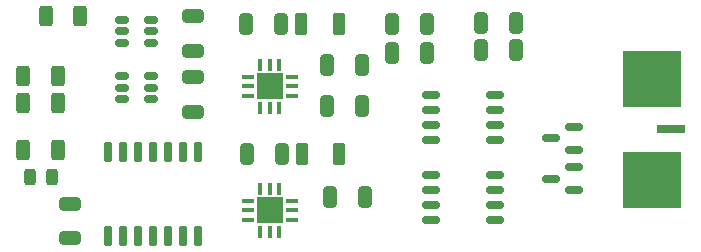
<source format=gbr>
%TF.GenerationSoftware,KiCad,Pcbnew,8.0.6*%
%TF.CreationDate,2024-10-28T10:45:57+07:00*%
%TF.ProjectId,PMOD-Pulser_update,504d4f44-2d50-4756-9c73-65725f757064,rev?*%
%TF.SameCoordinates,PX5e2ce30PY52bb330*%
%TF.FileFunction,Paste,Top*%
%TF.FilePolarity,Positive*%
%FSLAX46Y46*%
G04 Gerber Fmt 4.6, Leading zero omitted, Abs format (unit mm)*
G04 Created by KiCad (PCBNEW 8.0.6) date 2024-10-28 10:45:57*
%MOMM*%
%LPD*%
G01*
G04 APERTURE LIST*
G04 Aperture macros list*
%AMRoundRect*
0 Rectangle with rounded corners*
0 $1 Rounding radius*
0 $2 $3 $4 $5 $6 $7 $8 $9 X,Y pos of 4 corners*
0 Add a 4 corners polygon primitive as box body*
4,1,4,$2,$3,$4,$5,$6,$7,$8,$9,$2,$3,0*
0 Add four circle primitives for the rounded corners*
1,1,$1+$1,$2,$3*
1,1,$1+$1,$4,$5*
1,1,$1+$1,$6,$7*
1,1,$1+$1,$8,$9*
0 Add four rect primitives between the rounded corners*
20,1,$1+$1,$2,$3,$4,$5,0*
20,1,$1+$1,$4,$5,$6,$7,0*
20,1,$1+$1,$6,$7,$8,$9,0*
20,1,$1+$1,$8,$9,$2,$3,0*%
G04 Aperture macros list end*
%ADD10RoundRect,0.150000X0.450000X-0.150000X0.450000X0.150000X-0.450000X0.150000X-0.450000X-0.150000X0*%
%ADD11RoundRect,0.250000X-0.325000X-0.650000X0.325000X-0.650000X0.325000X0.650000X-0.325000X0.650000X0*%
%ADD12RoundRect,0.250000X-0.312500X-0.625000X0.312500X-0.625000X0.312500X0.625000X-0.312500X0.625000X0*%
%ADD13RoundRect,0.150000X0.587500X0.150000X-0.587500X0.150000X-0.587500X-0.150000X0.587500X-0.150000X0*%
%ADD14RoundRect,0.087500X0.462500X-0.087500X0.462500X0.087500X-0.462500X0.087500X-0.462500X-0.087500X0*%
%ADD15RoundRect,0.087500X-0.087500X-0.462500X0.087500X-0.462500X0.087500X0.462500X-0.087500X0.462500X0*%
%ADD16R,2.250000X2.250000*%
%ADD17RoundRect,0.250000X0.650000X-0.325000X0.650000X0.325000X-0.650000X0.325000X-0.650000X-0.325000X0*%
%ADD18RoundRect,0.250000X0.275000X0.700000X-0.275000X0.700000X-0.275000X-0.700000X0.275000X-0.700000X0*%
%ADD19R,2.350000X0.700000*%
%ADD20R,4.900000X4.800000*%
%ADD21RoundRect,0.250000X-0.650000X0.325000X-0.650000X-0.325000X0.650000X-0.325000X0.650000X0.325000X0*%
%ADD22RoundRect,0.162500X0.600000X-0.162500X0.600000X0.162500X-0.600000X0.162500X-0.600000X-0.162500X0*%
%ADD23RoundRect,0.175000X0.175000X0.712500X-0.175000X0.712500X-0.175000X-0.712500X0.175000X-0.712500X0*%
%ADD24RoundRect,0.243750X-0.243750X-0.456250X0.243750X-0.456250X0.243750X0.456250X-0.243750X0.456250X0*%
G04 APERTURE END LIST*
D10*
%TO.C,IC1*%
X15600000Y20500000D03*
X15600000Y19550000D03*
X15600000Y18600000D03*
X18100000Y18600000D03*
X18100000Y19550000D03*
X18100000Y20500000D03*
%TD*%
D11*
%TO.C,C5*%
X33025000Y13250000D03*
X35975000Y13250000D03*
%TD*%
D12*
%TO.C,R3*%
X7287500Y15750000D03*
X10212500Y15750000D03*
%TD*%
D11*
%TO.C,C6*%
X46025000Y18000000D03*
X48975000Y18000000D03*
%TD*%
D13*
%TO.C,D2*%
X53875000Y6150000D03*
X53875000Y8050000D03*
X52000000Y7100000D03*
%TD*%
D11*
%TO.C,C7*%
X46025000Y20250000D03*
X48975000Y20250000D03*
%TD*%
D14*
%TO.C,IC2*%
X26300000Y15700000D03*
X26300000Y14900000D03*
X26300000Y14100000D03*
D15*
X27350000Y13050000D03*
X28150000Y13050000D03*
X28950000Y13050000D03*
D14*
X30000000Y14100000D03*
X30000000Y14900000D03*
X30000000Y15700000D03*
D15*
X28950000Y16750000D03*
X28150000Y16750000D03*
X27350000Y16750000D03*
D16*
X28150000Y14900000D03*
%TD*%
D13*
%TO.C,D1*%
X53875000Y9550000D03*
X53875000Y11450000D03*
X52000000Y10500000D03*
%TD*%
D17*
%TO.C,C15*%
X21650000Y17875000D03*
X21650000Y20825000D03*
%TD*%
D11*
%TO.C,C4*%
X33025000Y16750000D03*
X35975000Y16750000D03*
%TD*%
D18*
%TO.C,FB2*%
X34025000Y9150000D03*
X30875000Y9150000D03*
%TD*%
%TO.C,FB1*%
X33975000Y20150000D03*
X30825000Y20150000D03*
%TD*%
D17*
%TO.C,C14*%
X11250000Y2025000D03*
X11250000Y4975000D03*
%TD*%
D19*
%TO.C,J1*%
X62101000Y11250000D03*
D20*
X60526000Y7000000D03*
X60526000Y15500000D03*
%TD*%
D12*
%TO.C,R2*%
X9187500Y20850000D03*
X12112500Y20850000D03*
%TD*%
%TO.C,R4*%
X7287500Y13500000D03*
X10212500Y13500000D03*
%TD*%
D11*
%TO.C,C9*%
X33275000Y5500000D03*
X36225000Y5500000D03*
%TD*%
%TO.C,C2*%
X38525000Y17750000D03*
X41475000Y17750000D03*
%TD*%
D21*
%TO.C,C16*%
X21650000Y15675000D03*
X21650000Y12725000D03*
%TD*%
D22*
%TO.C,IC6*%
X41788000Y7405000D03*
X41788000Y6135000D03*
X41788000Y4865000D03*
X41788000Y3595000D03*
X47212000Y3595000D03*
X47212000Y4865000D03*
X47212000Y6135000D03*
X47212000Y7405000D03*
%TD*%
%TO.C,IC3*%
X41788000Y14155000D03*
X41788000Y12885000D03*
X41788000Y11615000D03*
X41788000Y10345000D03*
X47212000Y10345000D03*
X47212000Y11615000D03*
X47212000Y12885000D03*
X47212000Y14155000D03*
%TD*%
D11*
%TO.C,C8*%
X26225000Y9150000D03*
X29175000Y9150000D03*
%TD*%
D23*
%TO.C,H1*%
X14440000Y2274000D03*
X15710000Y2274000D03*
X16980000Y2274000D03*
X18250000Y2274000D03*
X19520000Y2274000D03*
X20790000Y2274000D03*
X22060000Y2274000D03*
X22060000Y9350000D03*
X20790000Y9350000D03*
X19520000Y9350000D03*
X18250000Y9350000D03*
X16980000Y9350000D03*
X15710000Y9350000D03*
X14440000Y9350000D03*
%TD*%
D11*
%TO.C,C3*%
X38525000Y20150000D03*
X41475000Y20150000D03*
%TD*%
D12*
%TO.C,R1*%
X7287500Y9500000D03*
X10212500Y9500000D03*
%TD*%
D24*
%TO.C,D3*%
X7812500Y7250000D03*
X9687500Y7250000D03*
%TD*%
D11*
%TO.C,C1*%
X26175000Y20150000D03*
X29125000Y20150000D03*
%TD*%
D10*
%TO.C,IC4*%
X15600000Y15750000D03*
X15600000Y14800000D03*
X15600000Y13850000D03*
X18100000Y13850000D03*
X18100000Y14800000D03*
X18100000Y15750000D03*
%TD*%
D14*
%TO.C,IC5*%
X26300000Y5200000D03*
X26300000Y4400000D03*
X26300000Y3600000D03*
D15*
X27350000Y2550000D03*
X28150000Y2550000D03*
X28950000Y2550000D03*
D14*
X30000000Y3600000D03*
X30000000Y4400000D03*
X30000000Y5200000D03*
D15*
X28950000Y6250000D03*
X28150000Y6250000D03*
X27350000Y6250000D03*
D16*
X28150000Y4400000D03*
%TD*%
M02*

</source>
